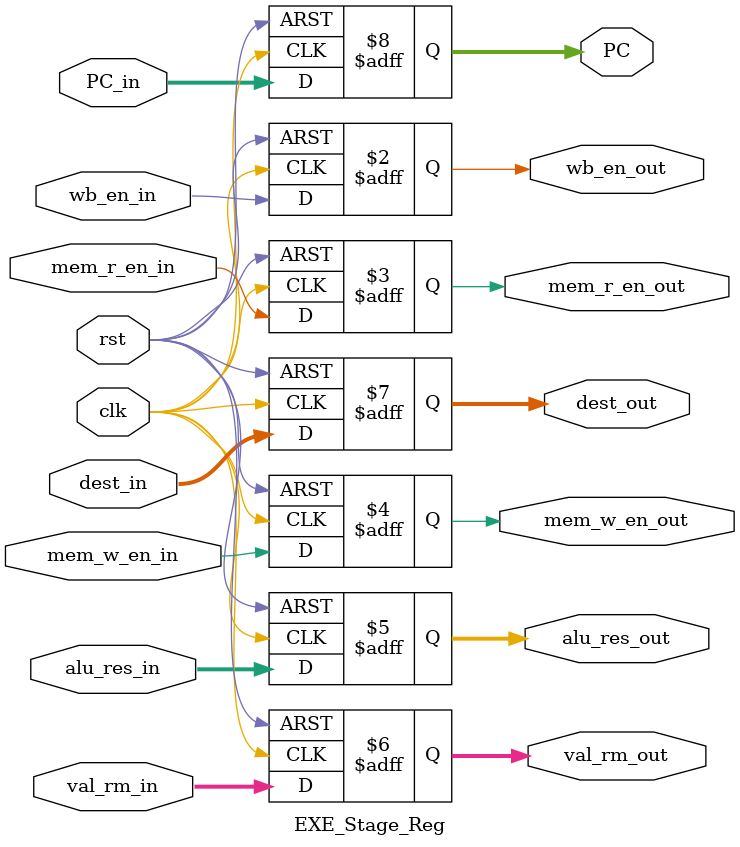
<source format=v>
module EXE_Stage_Reg(
	input wire clk,
	input wire rst,
	//inputs
	input wire [31:0] PC_in,
	input wire wb_en_in,
	input wire mem_r_en_in,
	input wire mem_w_en_in,
	input wire [31:0] alu_res_in,
	input wire [31:0] val_rm_in,
	input wire [3:0] dest_in,
	//outputs
	output reg wb_en_out,
	output reg mem_r_en_out,
	output reg mem_w_en_out,
	output reg [31:0] alu_res_out,
	output reg [31:0] val_rm_out,
	output reg [3:0] dest_out,
	output reg [31:0] PC
);
always @(posedge clk, posedge rst)
  begin
	if (rst) begin
		PC <= 32'd0;
		wb_en_out <= 1'b0;
		mem_r_en_out <= 1'b0;
		mem_w_en_out <= 1'b0;
		alu_res_out <= 32'b0;
		val_rm_out <= 32'b0;
		dest_out <= 4'b0;
	end else begin
    	PC <= PC_in;
		wb_en_out <= wb_en_in;
		mem_r_en_out <= mem_r_en_in;
		mem_w_en_out <= mem_w_en_in;
		alu_res_out <= alu_res_in;
		val_rm_out <= val_rm_in;
		dest_out <= dest_in;
	end
  end
endmodule 
</source>
